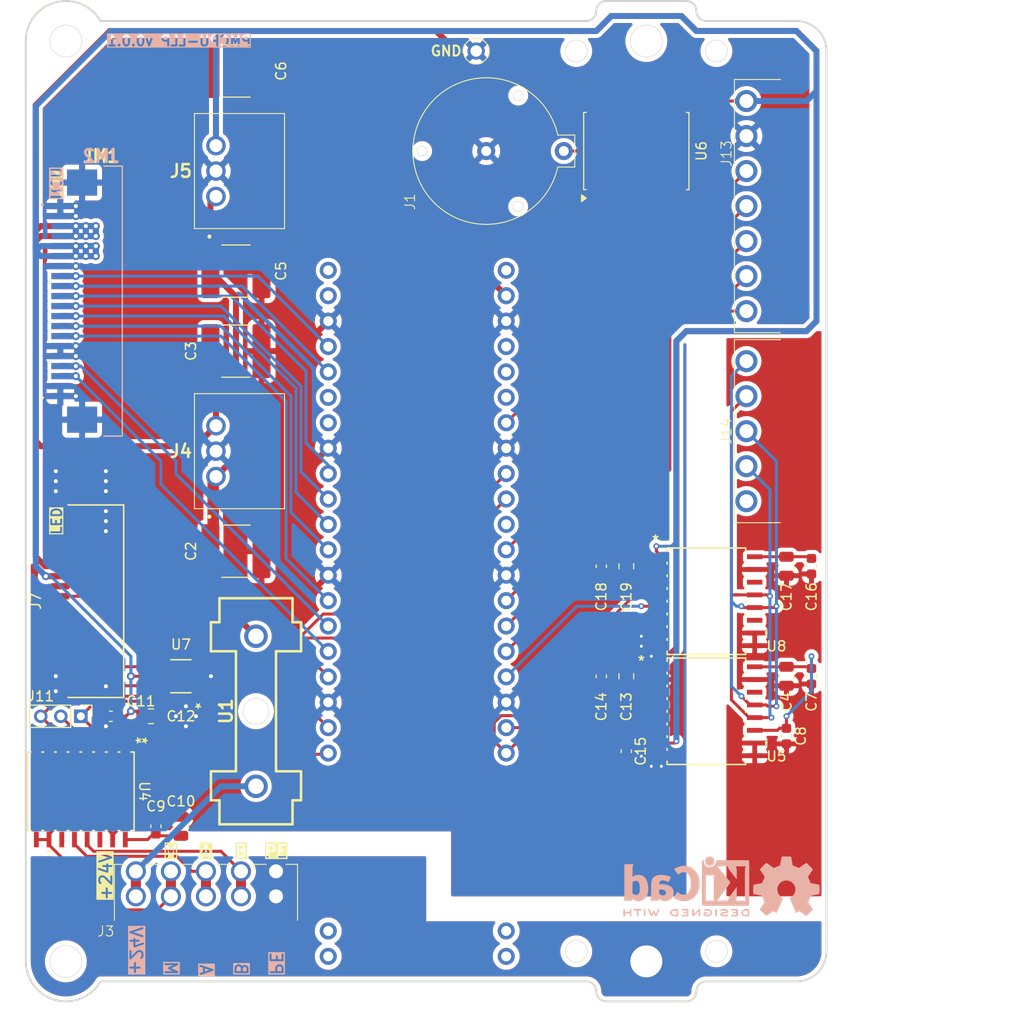
<source format=kicad_pcb>
(kicad_pcb (version 20241229) (generator "pcbnew") (generator_version "9.0")
  (title_block (title "${article} v${version}"))
  (layers (0 "F.Cu" signal) (2 "B.Cu" signal) (13 "F.Paste" user) (15 "B.Paste" user) (5 "F.SilkS" user "F.Silkscreen") (7 "B.SilkS" user "B.Silkscreen") (1 "F.Mask" user) (3 "B.Mask" user) (25 "Edge.Cuts" user))
  (property "article" "PMCPU-LLP")
  (property "version" "0.0.1")
  (net 0 "")
  (net 1 "/LED_1")
  (net 2 "/LED_2")
  (net 3 "/LED_0")
  (net 4 "/I2C0_SDA")
  (net 5 "/I2C0_SCL")
  (net 6 "/I2C1_SCL")
  (net 7 "PE")
  (net 8 "+24V_fuse")
  (net 9 "/UART_RTS")
  (net 10 "/UART_TX")
  (net 11 "/UART_RX")
  (net 17 "+24V_BUS")
  (net 18 "/Vbat")
  (net 19 "/B")
  (net 20 "/A")
  (net 22 "/UART_TX_LED")
  (net 24 "/UART_RX_LED")
  (net 25 "+3.3V_CPU")
  (net 26 "+3.3V_BUS")
  (net 27 "GND_BUS")
  (net 28 "+5V_CPU")
  (net 29 "/I2C1_SDA")
  (net 30 "/SPI_MISO")
  (net 31 "/SPI_CS2")
  (net 32 "/SPI_SCK")
  (net 33 "/SPI_CS0")
  (net 34 "/SPI_CS1")
  (net 35 "/SPI_CS3")
  (net 36 "/SPI_MOSI")
  (net 50 "/HMI_DC")
  (net 51 "/HMI_CS")
  (net 52 "/HMI_DIN")
  (net 53 "/HMI_CLK")
  (net 54 "/HMI_RES")
  (net 55 "GND_EXT")
  (net 56 "+5V_EXT")
  (net 57 "/TX_EXT")
  (net 58 "/RX_EXT")
  (net 59 "/Ext_1")
  (net 60 "/Ext_2")
  (net 62 "+3.3V_EXT")
  (net 65 "/RTS_EXT")
  (footprint "kicad_inventree_lib:PE" (layer "F.Cu") (at 96.93 146.33)
    (property "Reference" "PE1" (hide yes))
    (property "Value" "PE")
  )
  (footprint "kicad_inventree_lib:DBV6-M" (layer "F.Cu") (at 50.43 117.83 180)
    (property "Reference" "U7")
    (property "Value" "SN74LVC2G14DBVR")
  )
  (footprint "Capacitor_SMD:C_0805_2012Metric" (layer "F.Cu") (at 110.93 117.83 -90)
    (property "Reference" "C4")
    (property "Value" "10uF")
  )
  (footprint "Capacitor_SMD:C_0603_1608Metric" (layer "F.Cu") (at 110.93 123.81 -90)
    (property "Reference" "C8")
    (property "Value" "1uF")
  )
  (footprint "kicad_inventree_lib:BS-12-A1AJ002-F" (layer "F.Cu") (at 88.68 65.33 -90)
    (property "Reference" "J1")
    (property "Value" "~")
    (fp_circle (center 0 14.15) (end 0.5 14.15) (stroke (width 0.05)) (fill no) (layer "Edge.Cuts"))
    (fp_circle (center -5.55 4.55) (end -5.05 4.55) (stroke (width 0.05)) (fill no) (layer "Edge.Cuts"))
    (fp_circle (center 5.55 4.55) (end 6.05 4.55) (stroke (width 0.05)) (fill no) (layer "Edge.Cuts"))
  )
  (footprint "Capacitor_SMD:C_2220_5750Metric" (layer "F.Cu") (at 55.93 85.33)
    (property "Reference" "C3")
    (property "Value" "22uF")
  )
  (footprint "Capacitor_SMD:C_0603_1608Metric" (layer "F.Cu") (at 113.43 117.83 -90)
    (property "Reference" "C7")
    (property "Value" "100nF")
  )
  (footprint "Capacitor_SMD:C_0603_1608Metric" (layer "F.Cu") (at 94.93 125.33 -90)
    (property "Reference" "C15")
    (property "Value" "1uF")
  )
  (footprint "Capacitor_SMD:C_0805_2012Metric" (layer "F.Cu") (at 94.93 117.83 -90)
    (property "Reference" "C13")
    (property "Value" "10uF")
  )
  (footprint "kicad_inventree_lib:MountingHole_M3" (layer "F.Cu") (at 96.93 54.33)
    (property "Reference" "H3" (hide yes))
    (property "Value" "MountingHole_M3")
    (fp_circle (center 0 0) (end 1.6 0) (stroke (width 0.05)) (fill no) (layer "Edge.Cuts"))
  )
  (footprint "Capacitor_SMD:C_2220_5750Metric" (layer "F.Cu") (at 55.93 57.33)
    (property "Reference" "C6")
    (property "Value" "22uF")
  )
  (footprint "kicad_inventree_lib:SOIC16-WBW_CLG" (layer "F.Cu") (at 102.93 121.33)
    (property "Reference" "U5")
    (property "Value" "CA-IS3062VW")
  )
  (footprint "kicad_inventree_lib:SOIC16-WBW_CLG" (layer "F.Cu") (at 40.43 129.33 -90)
    (property "Reference" "U4")
    (property "Value" "CA-IS3098W")
  )
  (footprint "kicad_inventree_lib:K7805-2000R3" (layer "F.Cu") (at 53.93 69.87 90)
    (property "Reference" "J5")
    (property "Value" "K7803-2000R3" (hide yes))
  )
  (footprint "kicad_inventree_lib:CONN10_AFA07-S12_JUS" (layer "F.Cu") (at 41.93 110.33 90)
    (property "Reference" "J7")
    (property "Value" "AFA07-S10FCC-00")
  )
  (footprint "Connector_PinHeader_2.00mm:PinHeader_1x03_P2.00mm_Vertical" (layer "F.Cu") (at 40.43 121.83 -90)
    (property "Reference" "J11")
    (property "Value" "PinHeader_01x03_P2.00_THT_straight")
  )
  (footprint "Capacitor_SMD:C_0805_2012Metric" (layer "F.Cu") (at 50.43 132.83 90)
    (property "Reference" "C10")
    (property "Value" "10uF")
  )
  (footprint "Capacitor_SMD:C_0805_2012Metric" (layer "F.Cu") (at 47.43 121.83)
    (property "Reference" "C12")
    (property "Value" "10uF")
  )
  (footprint "kicad_inventree_lib:K7805-2000R3" (layer "F.Cu") (at 53.93 97.87 90)
    (property "Reference" "J4")
    (property "Value" "K7805-2000R3" (hide yes))
  )
  (footprint "kicad_inventree_lib:LuckfoxLyraPlus" (layer "F.Cu") (at 65.15 77.25)
    (property "Reference" "U3" (hide yes))
    (property "Value" "~")
  )
  (footprint "kicad_inventree_lib:PM_LED-xx-v0.0.1" (layer "F.Cu") (at 99.93 100.33)
    (property "Reference" "SP1" (hide yes))
    (property "Value" "~")
    (fp_circle (center -10 -45) (end -8.9 -45) (stroke (width 0.05)) (fill no) (layer "Edge.Cuts"))
    (fp_circle (center -10 45) (end -8.9 45) (stroke (width 0.05)) (fill no) (layer "Edge.Cuts"))
    (fp_circle (center 4 -45) (end 5.1 -45) (stroke (width 0.05)) (fill no) (layer "Edge.Cuts"))
    (fp_circle (center 4 45) (end 5.1 45) (stroke (width 0.05)) (fill no) (layer "Edge.Cuts"))
  )
  (footprint "kicad_inventree_lib:AFA07S20FCA00" (layer "F.Cu") (at 41.93 80.33 90)
    (property "Reference" "JM1")
    (property "Value" "AFA07-S20FCC-00" (hide yes))
  )
  (footprint "kicad_inventree_lib:5117" (layer "F.Cu") (at 79.93 55.33)
    (property "Reference" "U2" (hide yes))
    (property "Value" "5117" (hide yes))
  )
  (footprint "Capacitor_SMD:C_0805_2012Metric" (layer "F.Cu") (at 94.93 106.83 -90)
    (property "Reference" "C19")
    (property "Value" "10uF")
  )
  (footprint "Capacitor_SMD:C_0603_1608Metric" (layer "F.Cu") (at 47.93 132.83 90)
    (property "Reference" "C9")
    (property "Value" "100nF")
  )
  (footprint "Capacitor_SMD:C_2220_5750Metric" (layer "F.Cu") (at 55.93 77.33)
    (property "Reference" "C5")
    (property "Value" "22uF")
  )
  (footprint "kicad_inventree_lib:MountingHole_M3" (layer "F.Cu") (at 38.93 54.33)
    (property "Reference" "H2" (hide yes))
    (property "Value" "MountingHole_M3")
    (fp_circle (center 0 0) (end 1.6 0) (stroke (width 0.05)) (fill no) (layer "Edge.Cuts"))
  )
  (footprint "kicad_inventree_lib:15EDGRC-3.5-05P" (layer "F.Cu") (at 106.93 100.33 90)
    (property "Reference" "J14")
    (property "Value" "15EDGRC-3.5-05P")
  )
  (footprint "Capacitor_SMD:C_0805_2012Metric" (layer "F.Cu") (at 110.93 106.83 -90)
    (property "Reference" "C17")
    (property "Value" "10uF")
  )
  (footprint "kicad_inventree_lib:MountingHole_M3" (layer "F.Cu") (at 38.93 146.33)
    (property "Reference" "H1" (hide yes))
    (property "Value" "MountingHole_M3")
    (fp_circle (center 0 0) (end 1.6 0) (stroke (width 0.05)) (fill no) (layer "Edge.Cuts"))
  )
  (footprint "Capacitor_SMD:C_2220_5750Metric" (layer "F.Cu") (at 55.93 105.33)
    (property "Reference" "C2")
    (property "Value" "22uF")
  )
  (footprint "Capacitor_SMD:C_0603_1608Metric" (layer "F.Cu") (at 92.43 106.83 -90)
    (property "Reference" "C18")
    (property "Value" "100nF")
  )
  (footprint "kicad_inventree_lib:SOIC16-WBW_CLG" (layer "F.Cu") (at 102.93 110.33)
    (property "Reference" "U8")
    (property "Value" "CA-IS3098W")
  )
  (footprint "Package_SO:SOIC-16W_7.5x10.3mm_P1.27mm" (layer "F.Cu") (at 95.93 65.33 90)
    (property "Reference" "U6")
    (property "Value" "DS3231")
  )
  (footprint "kicad_inventree_lib:15EDGRC-3.5-07P" (layer "F.Cu") (at 106.93 81.33 90)
    (property "Reference" "J13")
    (property "Value" "15EDGRC-3.5-07P")
  )
  (footprint "kicad_inventree_lib:15EDGRHC-THR-3.5-10P" (layer "F.Cu") (at 52.93 137.33)
    (property "Reference" "J3")
    (property "Value" "15EDGRHC-THR-3.5-10P")
  )
  (footprint "Capacitor_SMD:C_0603_1608Metric" (layer "F.Cu") (at 92.43 117.83 -90)
    (property "Reference" "C14")
    (property "Value" "100nF")
  )
  (footprint "Capacitor_SMD:C_0603_1608Metric" (layer "F.Cu") (at 43.43 121.83 180)
    (property "Reference" "C11")
    (property "Value" "100nF")
  )
  (footprint "Capacitor_SMD:C_0603_1608Metric" (layer "F.Cu") (at 113.43 106.83 -90)
    (property "Reference" "C16")
    (property "Value" "100nF")
  )
  (footprint "kicad_inventree_lib:649-Series-Holder" (layer "F.Cu") (at 57.93 121.33 90)
    (property "Reference" "U1")
    (property "Value" "64900001039" (hide yes))
    (fp_circle (center 0 0) (end 1.3 0) (stroke (width 0.05)) (fill no) (layer "Edge.Cuts"))
  )
  (footprint "Symbol:KiCad-Logo2_5mm_SilkScreen" (layer "B.Cu") (at 100.93 138.83 180)
    (property "Reference" "kicad_logo" (hide yes))
    (property "Value" "KiCad-Logo2_5mm_SilkScreen" (hide yes))
  )
  (footprint "Symbol:OSHW-Symbol_6.7x6mm_SilkScreen" (layer "B.Cu") (at 110.93 138.83 180)
    (property "Reference" "oshw_logo" (hide yes))
    (property "Value" "OSHW-Symbol_6.7x6mm_SilkScreen" (hide yes))
  )
  (footprint "kicad_inventree_lib:AFA07S20FCA00" (layer "B.Cu") (at 41.93 80.33 -90)
    (property "Reference" "JM2")
    (property "Value" "AFA07-S20FCC-00" (hide yes))
  )
  (gr_arc (start 101.93 149.33) (mid 102.222893 148.622893) (end 102.93 148.33) (stroke (width 0.2)) (layer "Edge.Cuts"))
  (gr_line (start 42.402973 52.33) (end 90.93 52.33) (stroke (width 0.2)) (layer "Edge.Cuts"))
  (gr_line (start 111.93 52.33) (end 102.93 52.33) (stroke (width 0.2)) (layer "Edge.Cuts"))
  (gr_line (start 34.93 54.33) (end 34.93 146.33) (stroke (width 0.2)) (layer "Edge.Cuts"))
  (gr_arc (start 38.93 50.33) (mid 40.931917 50.867006) (end 42.396314 52.333836) (stroke (width 0.2)) (layer "Edge.Cuts"))
  (gr_line (start 100.93 50.33) (end 92.93 50.33) (stroke (width 0.2)) (layer "Edge.Cuts"))
  (gr_arc (start 91.93 51.33) (mid 92.222893 50.622893) (end 92.93 50.33) (stroke (width 0.2)) (layer "Edge.Cuts"))
  (gr_arc (start 92.93 150.33) (mid 92.222893 150.037107) (end 91.93 149.33) (stroke (width 0.2)) (layer "Edge.Cuts"))
  (gr_line (start 90.93 148.33) (end 42.3941 148.33) (stroke (width 0.2)) (layer "Edge.Cuts"))
  (gr_line (start 102.93 148.33) (end 111.93 148.33) (stroke (width 0.2)) (layer "Edge.Cuts"))
  (gr_arc (start 42.394101 148.33) (mid 37.894724 150.193703) (end 34.93 146.33) (stroke (width 0.2)) (layer "Edge.Cuts"))
  (gr_arc (start 100.93 50.33) (mid 101.637107 50.622893) (end 101.93 51.33) (stroke (width 0.2)) (layer "Edge.Cuts"))
  (gr_arc (start 102.93 52.33) (mid 102.222893 52.037107) (end 101.93 51.33) (stroke (width 0.2)) (layer "Edge.Cuts"))
  (gr_arc (start 114.93 145.33) (mid 114.05132 147.45132) (end 111.93 148.33) (stroke (width 0.2)) (layer "Edge.Cuts"))
  (gr_line (start 92.93 150.33) (end 100.93 150.33) (stroke (width 0.2)) (layer "Edge.Cuts"))
  (gr_line (start 114.93 55.33) (end 114.93 145.33) (stroke (width 0.2)) (layer "Edge.Cuts"))
  (gr_arc (start 101.93 149.33) (mid 101.637107 150.037107) (end 100.93 150.33) (stroke (width 0.2)) (layer "Edge.Cuts"))
  (gr_arc (start 91.93 51.33) (mid 91.637107 52.037107) (end 90.93 52.33) (stroke (width 0.2)) (layer "Edge.Cuts"))
  (gr_arc (start 111.93 52.33) (mid 114.05132 53.20868) (end 114.93 55.33) (stroke (width 0.2)) (layer "Edge.Cuts"))
  (gr_arc (start 34.93 54.33) (mid 36.101573 51.501573) (end 38.93 50.33) (stroke (width 0.2)) (layer "Edge.Cuts"))
  (gr_arc (start 90.93 148.33) (mid 91.637107 148.622893) (end 91.93 149.33) (stroke (width 0.2)) (layer "Edge.Cuts"))
  (gr_text "LED" (at 37.43 100.83 90) (layer "F.SilkS" knockout) (effects (font (size 1 1) (thickness 0.2) (bold yes)) (justify right top)))
  (gr_text "PE" (at 59.93 135.33 0) (layer "F.SilkS" knockout) (effects (font (size 1.2 1.2) (thickness 0.2) (bold yes))))
  (gr_text "A" (at 52.93 135.33 0) (layer "F.SilkS" knockout) (effects (font (size 1.2 1.2) (thickness 0.2) (bold yes))))
  (gr_text "GND" (at 76.93 55.33 0) (layer "F.SilkS") (effects (font (size 1 1) (thickness 0.2) (bold yes))))
  (gr_text "B" (at 56.43 135.33 0) (layer "F.SilkS" knockout) (effects (font (size 1.2 1.2) (thickness 0.2) (bold yes))))
  (gr_text "MCU" (at 37.43 66.83 90) (layer "F.SilkS" knockout) (effects (font (size 1 1) (thickness 0.2) (bold yes)) (justify right top)))
  (gr_text "+24V" (at 42.93 137.83 90) (layer "F.SilkS" knockout) (effects (font (size 1.2 1.2) (thickness 0.2) (bold yes))))
  (gr_text "M" (at 49.43 135.33 0) (layer "F.SilkS" knockout) (effects (font (size 1.2 1.2) (thickness 0.2) (bold yes))))
  (gr_text "${article} v${version}" (at 42.93 54.33 0) (layer "B.SilkS" knockout) (effects (font (size 1 1) (thickness 0.2) (bold yes)) (justify right mirror)))
  (gr_text "A" (at 52.93 147.83 270) (layer "B.SilkS" knockout) (effects (font (size 1.2 1.2) (thickness 0.2) (bold yes)) (justify left mirror)))
  (gr_text "+24V" (at 45.93 147.83 270) (layer "B.SilkS" knockout) (effects (font (size 1.2 1.2) (thickness 0.2) (bold yes)) (justify left mirror)))
  (gr_text "PE" (at 59.93 147.83 270) (layer "B.SilkS" knockout) (effects (font (size 1.2 1.2) (thickness 0.2) (bold yes)) (justify left mirror)))
  (gr_text "B" (at 56.43 147.83 270) (layer "B.SilkS" knockout) (effects (font (size 1.2 1.2) (thickness 0.2) (bold yes)) (justify left mirror)))
  (gr_text "M" (at 49.43 147.83 270) (layer "B.SilkS" knockout) (effects (font (size 1.2 1.2) (thickness 0.2) (bold yes)) (justify left mirror)))
  (gr_text "MCU" (at 37.43 66.83 90) (layer "B.SilkS" knockout) (effects (font (size 1 1) (thickness 0.2) (bold yes)) (justify left top mirror)))
  (segment (start 55.931 116.331) (end 49.43 109.83) (width 0.3) (layer "F.Cu") (net 1))
  (segment (start 62.959049 114.011) (end 60.63905 116.331) (width 0.3) (layer "F.Cu") (net 1))
  (segment (start 82.93 100.11) (end 69.029 114.011) (width 0.3) (layer "F.Cu") (net 1))
  (segment (start 49.43 109.83) (end 38.374 109.83) (width 0.3) (layer "F.Cu") (net 1))
  (segment (start 69.029 114.011) (end 62.959049 114.011) (width 0.3) (layer "F.Cu") (net 1))
  (segment (start 60.63905 116.331) (end 55.931 116.331) (width 0.3) (layer "F.Cu") (net 1))
  (segment (start 49.13852 108.83) (end 56.13852 115.83) (width 0.3) (layer "F.Cu") (net 3))
  (segment (start 38.374 108.83) (end 49.13852 108.83) (width 0.3) (layer "F.Cu") (net 3))
  (segment (start 64.652529 111.609) (end 68.891 111.609) (width 0.3) (layer "F.Cu") (net 3))
  (segment (start 56.13852 115.83) (end 60.431529 115.83) (width 0.3) (layer "F.Cu") (net 3))
  (segment (start 68.891 111.609) (end 82.93 97.57) (width 0.3) (layer "F.Cu") (net 3))
  (segment (start 60.431529 115.83) (end 64.652529 111.609) (width 0.3) (layer "F.Cu") (net 3))
  (segment (start 39.93 86.83) (end 38.384 86.83) (width 0.6) (layer "F.Cu") (net 4))
  (via (at 39.93 86.83) (size 0.8) (drill 0.4) (layers "F.Cu" "B.Cu") (net 4))
  (segment (start 49.93 96.33) (end 49.93 97.59) (width 0.3) (layer "B.Cu") (net 4))
  (segment (start 40.43 86.83) (end 49.93 96.33) (width 0.3) (layer "B.Cu") (net 4))
  (segment (start 39.93 86.83) (end 40.43 86.83) (width 0.3) (layer "B.Cu") (net 4))
  (segment (start 49.93 97.59) (end 65.15 112.81) (width 0.3) (layer "B.Cu") (net 4))
  (segment (start 38.384 86.83) (end 39.93 86.83) (width 0.6) (layer "B.Cu") (net 4))
  (segment (start 39.93 87.83) (end 38.384 87.83) (width 0.6) (layer "F.Cu") (net 5))
  (via (at 39.93 87.83) (size 0.8) (drill 0.4) (layers "F.Cu" "B.Cu") (net 5))
  (segment (start 48.43 96.33) (end 48.43 98.63) (width 0.3) (layer "B.Cu") (net 5))
  (segment (start 39.93 87.83) (end 48.43 96.33) (width 0.3) (layer "B.Cu") (net 5))
  (segment (start 38.384 87.83) (end 39.93 87.83) (width 0.6) (layer "B.Cu") (net 5))
  (segment (start 48.43 98.63) (end 65.15 115.35) (width 0.3) (layer "B.Cu") (net 5))
  (segment (start 59.93 137.33) (end 59.93 139.83) (width 1) (layer "F.Cu") (net 7))
  (segment (start 53.38 105.33) (end 53.38 109.28) (width 0.6) (layer "F.Cu") (net 8))
  (segment (start 55.93 95.87) (end 55.93 79.88) (width 0.6) (layer "F.Cu") (net 8))
  (segment (start 55.93 79.88) (end 53.38 77.33) (width 0.6) (layer "F.Cu") (net 8))
  (segment (start 53.93 97.87) (end 53.93 104.78) (width 0.6) (layer "F.Cu") (net 8))
  (segment (start 53.38 70.42) (end 53.93 69.87) (width 0.6) (layer "F.Cu") (net 8))
  (segment (start 53.38 77.33) (end 53.38 70.42) (width 0.6) (layer "F.Cu") (net 8))
  (segment (start 53.38 105.33) (end 52.879994 105.830006) (width 0.6) (layer "F.Cu") (net 8))
  (segment (start 52.879994 105.830006) (end 38.374 105.830006) (width 0.6) (layer "F.Cu") (net 8))
  (segment (start 53.93 104.78) (end 53.38 105.33) (width 0.6) (layer "F.Cu") (net 8))
  (segment (start 53.93 97.87) (end 55.93 95.87) (width 0.6) (layer "F.Cu") (net 8))
  (segment (start 53.38 105.33) (end 53.38 97.96738) (width 0.6) (layer "F.Cu") (net 8))
  (segment (start 53.38 109.28) (end 57.93 113.83) (width 0.6) (layer "F.Cu") (net 8))
  (segment (start 41.7427 125.6297) (end 65.0303 125.6297) (width 0.3) (layer "F.Cu") (net 9))
  (segment (start 65.0303 125.6297) (end 65.15 125.51) (width 0.3) (layer "F.Cu") (net 9))
  (segment (start 39.93 124.369) (end 39.93 123.33) (width 0.3) (layer "F.Cu") (net 9))
  (segment (start 39.795 124.504) (end 39.93 124.369) (width 0.3) (layer "F.Cu") (net 9))
  (segment (start 41.065 124.952) (end 41.7427 125.6297) (width 0.3) (layer "F.Cu") (net 9))
  (segment (start 41.065 124.504) (end 41.065 124.952) (width 0.3) (layer "F.Cu") (net 9))
  (segment (start 39.795 124.504) (end 41.065 124.504) (width 0.3) (layer "F.Cu") (net 9))
  (segment (start 39.93 123.33) (end 38.43 121.83) (width 0.3) (layer "F.Cu") (net 9))
  (segment (start 65.15 117.89) (end 64.139999 116.879999) (width 0.3) (layer "F.Cu") (net 10))
  (segment (start 50.43 119.538331) (end 50.43 117.7249) (width 0.3) (layer "F.Cu") (net 10))
  (segment (start 50.43 117.7249) (end 51.274901 116.879999) (width 0.3) (layer "F.Cu") (net 10))
  (segment (start 43.43 119.83) (end 50.138331 119.83) (width 0.3) (layer "F.Cu") (net 10))
  (segment (start 36.43 121.83) (end 37.93 120.33) (width 0.3) (layer "F.Cu") (net 10))
  (segment (start 42.93 120.33) (end 43.43 119.83) (width 0.3) (layer "F.Cu") (net 10))
  (segment (start 50.138331 119.83) (end 50.43 119.538331) (width 0.3) (layer "F.Cu") (net 10))
  (segment (start 38.525 123.925) (end 36.43 121.83) (width 0.3) (layer "F.Cu") (net 10))
  (segment (start 37.93 120.33) (end 42.93 120.33) (width 0.3) (layer "F.Cu") (net 10))
  (segment (start 51.274901 116.879999) (end 51.89685 116.879999) (width 0.3) (layer "F.Cu") (net 10))
  (segment (start 64.139999 116.879999) (end 51.89685 116.879999) (width 0.3) (layer "F.Cu") (net 10))
  (segment (start 38.525 124.504) (end 38.525 123.925) (width 0.3) (layer "F.Cu") (net 10))
  (segment (start 43.137521 120.831) (end 43.63752 120.331) (width 0.3) (layer "F.Cu") (net 11))
  (segment (start 65.15 122.97) (end 60.960001 118.780001) (width 0.3) (layer "F.Cu") (net 11))
  (segment (start 40.43 121.83) (end 42.335 123.735) (width 0.3) (layer "F.Cu") (net 11))
  (segment (start 60.960001 118.780001) (end 51.89685 118.780001) (width 0.3) (layer "F.Cu") (net 11))
  (segment (start 50.345851 120.331) (end 51.89685 118.780001) (width 0.3) (layer "F.Cu") (net 11))
  (segment (start 42.335 123.735) (end 42.335 124.504) (width 0.3) (layer "F.Cu") (net 11))
  (segment (start 40.43 121.83) (end 41.429 120.831) (width 0.3) (layer "F.Cu") (net 11))
  (segment (start 41.429 120.831) (end 43.137521 120.831) (width 0.3) (layer "F.Cu") (net 11))
  (segment (start 43.63752 120.331) (end 50.345851 120.331) (width 0.3) (layer "F.Cu") (net 11))
  (segment (start 45.93 139.83) (end 45.93 137.33) (width 1) (layer "F.Cu") (net 17))
  (segment (start 45.93 137.33) (end 54.43 128.83) (width 0.6) (layer "B.Cu") (net 17))
  (segment (start 54.43 128.83) (end 57.93 128.83) (width 0.6) (layer "B.Cu") (net 17))
  (segment (start 89.952792 65.33) (end 94.025 61.257792) (width 0.3) (layer "F.Cu") (net 18))
  (segment (start 88.68 65.33) (end 89.952792 65.33) (width 0.3) (layer "F.Cu") (net 18))
  (segment (start 94.025 61.257792) (end 94.025 60.68) (width 0.3) (layer "F.Cu") (net 18))
  (segment (start 56.43 139.83) (end 56.43 137.33) (width 1) (layer "F.Cu") (net 19))
  (segment (start 41.065 134.6894) (end 41.7046 135.329) (width 0.3) (layer "F.Cu") (net 19))
  (segment (start 41.7046 135.329) (end 54.429 135.329) (width 0.3) (layer "F.Cu") (net 19))
  (segment (start 54.429 135.329) (end 56.43 137.33) (width 0.3) (layer "F.Cu") (net 19))
  (segment (start 41.065 134.156) (end 41.065 134.6894) (width 0.3) (layer "F.Cu") (net 19))
  (segment (start 50.015787 135.83) (end 41.021 135.83) (width 0.3) (layer "F.Cu") (net 20))
  (segment (start 51.515787 137.33) (end 50.015787 135.83) (width 0.3) (layer "F.Cu") (net 20))
  (segment (start 41.021 135.83) (end 39.795 134.604) (width 0.3) (layer "F.Cu") (net 20))
  (segment (start 39.795 134.604) (end 39.795 134.156) (width 0.3) (layer "F.Cu") (net 20))
  (segment (start 52.93 137.33) (end 51.515787 137.33) (width 0.3) (layer "F.Cu") (net 20))
  (segment (start 52.93 139.83) (end 52.93 137.33) (width 1) (layer "F.Cu") (net 20))
  (segment (start 43.980003 116.879999) (end 40.93 113.829996) (width 0.3) (layer "F.Cu") (net 22))
  (segment (start 48.96315 116.879999) (end 43.980003 116.879999) (width 0.3) (layer "F.Cu") (net 22))
  (segment (start 40.93 113.829996) (end 38.374 113.829996) (width 0.3) (layer "F.Cu") (net 22))
  (segment (start 48.96315 118.780001) (end 44.880001 118.780001) (width 0.3) (layer "F.Cu") (net 24))
  (segment (start 44.880001 118.780001) (end 40.929994 114.829994) (width 0.3) (layer "F.Cu") (net 24))
  (segment (start 40.929994 114.829994) (end 38.374 114.829994) (width 0.3) (layer "F.Cu") (net 24))
  (segment (start 53.93 57.88) (end 53.38 57.33) (width 0.6) (layer "F.Cu") (net 25))
  (segment (start 39.93 74.83) (end 39.93 75.83) (width 0.6) (layer "F.Cu") (net 25))
  (segment (start 92.755 69.98) (end 92.755 68.955001) (width 0.3) (layer "F.Cu") (net 25))
  (segment (start 44.205 121.83) (end 44.93 121.83) (width 0.3) (layer "F.Cu") (net 25))
  (segment (start 98.104 105.885) (end 94.935 105.885) (width 0.3) (layer "F.Cu") (net 25))
  (segment (start 98.104 124.505) (end 99.755 124.505) (width 0.3) (layer "F.Cu") (net 25))
  (segment (start 94.66 68.33) (end 95.295 68.965) (width 0.3) (layer "F.Cu") (net 25))
  (segment (start 103.93 60.33) (end 106.93 60.33) (width 0.3) (layer "F.Cu") (net 25))
  (segment (start 94.705 124.33) (end 94.93 124.555) (width 0.3) (layer "F.Cu") (net 25))
  (segment (start 36.93 107.83) (end 38.373998 107.83) (width 0.6) (layer "F.Cu") (net 25))
  (segment (start 94.98 124.505) (end 94.93 124.555) (width 0.3) (layer "F.Cu") (net 25))
  (segment (start 98.104 105.504) (end 98.104 105.885) (width 0.3) (layer "F.Cu") (net 25))
  (segment (start 44.93 121.83) (end 45.43 121.33) (width 0.3) (layer "F.Cu") (net 25))
  (segment (start 40.93 74.83) (end 40.93 75.83) (width 0.6) (layer "F.Cu") (net 25))
  (segment (start 48.96315 117.83) (end 45.43 117.83) (width 0.3) (layer "F.Cu") (net 25))
  (segment (start 45.98 121.33) (end 46.48 121.83) (width 0.3) (layer "F.Cu") (net 25))
  (segment (start 44.875 121.885) (end 44.875 124.504) (width 0.3) (layer "F.Cu") (net 25))
  (segment (start 95.295 69.98) (end 95.295 68.965) (width 0.3) (layer "F.Cu") (net 25))
  (segment (start 94.93 105.88) (end 92.605 105.88) (width 0.3) (layer "F.Cu") (net 25))
  (segment (start 95.295 68.965) (end 103.93 60.33) (width 0.3) (layer "F.Cu") (net 25))
  (segment (start 98.0532 124.505) (end 94.98 124.505) (width 0.3) (layer "F.Cu") (net 25))
  (segment (start 38.373998 107.83) (end 38.374 107.830002) (width 0.6) (layer "F.Cu") (net 25))
  (segment (start 45.43 121.33) (end 45.98 121.33) (width 0.3) (layer "F.Cu") (net 25))
  (segment (start 99.755 124.505) (end 99.93 124.33) (width 0.3) (layer "F.Cu") (net 25))
  (segment (start 45.43 121.33) (end 44.875 121.885) (width 0.3) (layer "F.Cu") (net 25))
  (segment (start 93.380001 68.33) (end 94.66 68.33) (width 0.3) (layer "F.Cu") (net 25))
  (segment (start 41.93 74.83) (end 38.384 74.83) (width 0.6) (layer "F.Cu") (net 25))
  (segment (start 41.93 74.83) (end 41.93 75.83) (width 0.6) (layer "F.Cu") (net 25))
  (segment (start 92.605 105.88) (end 92.43 106.055) (width 0.3) (layer "F.Cu") (net 25))
  (segment (start 41.93 75.83) (end 38.384 75.83) (width 0.6) (layer "F.Cu") (net 25))
  (segment (start 97.93 105.33) (end 98.104 105.504) (width 0.3) (layer "F.Cu") (net 25))
  (segment (start 97.93 104.83) (end 97.93 105.33) (width 0.3) (layer "F.Cu") (net 25))
  (segment (start 53.93 64.79) (end 53.93 57.88) (width 0.6) (layer "F.Cu") (net 25))
  (segment (start 92.755 68.955001) (end 93.380001 68.33) (width 0.3) (layer "F.Cu") (net 25))
  (segment (start 94.935 105.885) (end 94.93 105.88) (width 0.3) (layer "F.Cu") (net 25))
  (via (at 40.93 74.83) (size 0.8) (drill 0.4) (layers "F.Cu" "B.Cu") (net 25))
  (via (at 39.93 75.83) (size 0.8) (drill 0.4) (layers "F.Cu" "B.Cu") (net 25))
  (via (at 99.93 124.33) (size 0.6) (drill 0.3) (layers "F.Cu" "B.Cu") (net 25))
  (via (at 45.43 117.83) (size 0.8) (drill 0.4) (layers "F.Cu" "B.Cu") (net 25))
  (via (at 39.93 74.83) (size 0.8) (drill 0.4) (layers "F.Cu" "B.Cu") (net 25))
  (via (at 41.93 74.83) (size 0.8) (drill 0.4) (layers "F.Cu" "B.Cu") (net 25))
  (via (at 41.93 75.83) (size 0.8) (drill 0.4) (layers "F.Cu" "B.Cu") (net 25))
  (via (at 97.93 104.83) (size 0.6) (drill 0.3) (layers "F.Cu" "B.Cu") (net 25))
  (via (at 40.93 75.83) (size 0.8) (drill 0.4) (layers "F.Cu" "B.Cu") (net 25))
  (via (at 36.93 107.83) (size 0.8) (drill 0.4) (layers "F.Cu" "B.Cu") (net 25))
  (via (at 45.43 121.33) (size 0.8) (drill 0.4) (layers "F.Cu" "B.Cu") (net 25))
  (segment (start 40.93 75.83) (end 41.93 75.83) (width 0.6) (layer "B.Cu") (net 25))
  (segment (start 35.93 60.83) (end 35.93 106.83) (width 0.6) (layer "B.Cu") (net 25))
  (segment (start 99.93 84.33) (end 99.93 104.33) (width 0.6) (layer "B.Cu") (net 25))
  (segment (start 100.93 83.33) (end 99.93 84.33) (width 0.6) (layer "B.Cu") (net 25))
  (segment (start 35.93 75.33) (end 35.93 60.83) (width 0.6) (layer "B.Cu") (net 25))
  (segment (start 38.384 74.83) (end 39.93 74.83) (width 0.6) (layer "B.Cu") (net 25))
  (segment (start 100.43 51.83) (end 101.93 53.33) (width 0.6) (layer "B.Cu") (net 25))
  (segment (start 44.93 115.33) (end 37.43 107.83) (width 0.3) (layer "B.Cu") (net 25))
  (segment (start 43.43 53.33) (end 54.731 53.33) (width 0.6) (layer "B.Cu") (net 25))
  (segment (start 45.43 120.83) (end 45.43 121.33) (width 0.3) (layer "B.Cu") (net 25))
  (segment (start 97.93 104.83) (end 99.43 104.83) (width 0.3) (layer "B.Cu") (net 25))
  (segment (start 45.43 115.83) (end 44.93 115.33) (width 0.3) (layer "B.Cu") (net 25))
  (segment (start 101.93 53.33) (end 111.93 53.33) (width 0.6) (layer "B.Cu") (net 25))
  (segment (start 53.93 54.131) (end 54.731 53.33) (width 0.6) (layer "B.Cu") (net 25))
  (segment (start 113.93 59.33) (end 113.93 82.33) (width 0.6) (layer "B.Cu") (net 25))
  (segment (start 39.93 74.83) (end 39.93 75.83) (width 0.6) (layer "B.Cu") (net 25))
  (segment (start 38.384 75.83) (end 39.93 75.83) (width 0.6) (layer "B.Cu") (net 25))
  (segment (start 40.93 74.83) (end 40.93 75.83) (width 0.6) (layer "B.Cu") (net 25))
  (segment (start 36.43 75.83) (end 35.93 75.33) (width 0.6) (layer "B.Cu") (net 25))
  (segment (start 54.731 53.33) (end 83.93 53.33) (width 0.6) (layer "B.Cu") (net 25))
  (segment (start 113.93 55.33) (end 113.93 59.33) (width 0.6) (layer "B.Cu") (net 25))
  (segment (start 113.93 82.33) (end 112.93 83.33) (width 0.6) (layer "B.Cu") (net 25))
  (segment (start 39.93 74.83) (end 40.93 74.83) (width 0.6) (layer "B.Cu") (net 25))
  (segment (start 38.384 74.83) (end 36.43 74.83) (width 0.6) (layer "B.Cu") (net 25))
  (segment (start 39.93 75.83) (end 40.93 75.83) (width 0.6) (layer "B.Cu") (net 25))
  (segment (start 112.93 60.33) (end 105.93 60.33) (width 0.6) (layer "B.Cu") (net 25))
  (segment (start 112.93 83.33) (end 100.93 83.33) (width 0.6) (layer "B.Cu") (net 25))
  (segment (start 83.93 53.33) (end 91.93 53.33) (width 0.6) (layer "B.Cu") (net 25))
  (segment (start 36.43 74.83) (end 35.93 75.33) (width 0.6) (layer "B.Cu") (net 25))
  (segment (start 99.43 104.83) (end 99.93 104.33) (width 0.3) (layer "B.Cu") (net 25))
  (segment (start 93.43 51.83) (end 100.43 51.83) (width 0.6) (layer "B.Cu") (net 25))
  (segment (start 38.384 75.83) (end 36.43 75.83) (width 0.6) (layer "B.Cu") (net 25))
  (segment (start 113.93 59.33) (end 112.93 60.33) (width 0.6) (layer "B.Cu") (net 25))
  (segment (start 45.43 120.83) (end 45.43 115.83) (width 0.3) (layer "B.Cu") (net 25))
  (segment (start 40.93 74.83) (end 41.93 74.83) (width 0.6) (layer "B.Cu") (net 25))
  (segment (start 41.93 74.83) (end 41.93 75.83) (width 0.6) (layer "B.Cu") (net 25))
  (segment (start 35.93 106.83) (end 36.93 107.83) (width 0.6) (layer "B.Cu") (net 25))
  (segment (start 35.93 60.83) (end 43.43 53.33) (width 0.6) (layer "B.Cu") (net 25))
  (segment (start 111.93 53.33) (end 113.93 55.33) (width 0.6) (layer "B.Cu") (net 25))
  (segment (start 53.93 64.79) (end 53.93 54.131) (width 0.6) (layer "B.Cu") (net 25))
  (segment (start 37.43 107.83) (end 36.93 107.83) (width 0.3) (layer "B.Cu") (net 25))
  (segment (start 91.93 53.33) (end 93.43 51.83) (width 0.6) (layer "B.Cu") (net 25))
  (segment (start 99.93 104.33) (end 99.93 124.33) (width 0.6) (layer "B.Cu") (net 25))
  (segment (start 48.105 133.78) (end 47.93 133.605) (width 0.3) (layer "F.Cu") (net 26))
  (segment (start 47.655 133.605) (end 47.104 134.156) (width 0.3) (layer "F.Cu") (net 26))
  (segment (start 47.93 133.605) (end 47.655 133.605) (width 0.3) (layer "F.Cu") (net 26))
  (segment (start 47.104 134.156) (end 44.875 134.156) (width 0.3) (layer "F.Cu") (net 26))
  (segment (start 50.43 133.78) (end 48.105 133.78) (width 0.3) (layer "F.Cu") (net 26))
  (segment (start 37.255 134.6894) (end 43.7466 141.181) (width 0.3) (layer "F.Cu") (net 27))
  (segment (start 43.0127 133.0303) (end 37.8473 133.0303) (width 0.3) (layer "F.Cu") (net 27))
  (segment (start 37.8473 133.0303) (end 37.255 133.6226) (width 0.3) (layer "F.Cu") (net 27))
  (segment (start 43.605 134.156) (end 43.605 133.6226) (width 0.3) (layer "F.Cu") (net 27))
  (segment (start 35.985 134.156) (end 37.255 134.156) (width 0.3) (layer "F.Cu") (net 27))
  (segment (start 45.258 132.055) (end 43.605 133.708) (width 0.3) (layer "F.Cu") (net 27))
  (segment (start 43.605 133.708) (end 43.605 134.156) (width 0.3) (layer "F.Cu") (net 27))
  (segment (start 49.43 137.33) (end 49.43 139.83) (width 1) (layer "F.Cu") (net 27))
  (segment (start 48.079 141.181) (end 49.43 139.83) (width 0.3) (layer "F.Cu") (net 27))
  (segment (start 47.93 132.055) (end 45.258 132.055) (width 0.3) (layer "F.Cu") (net 27))
  (segment (start 43.7466 141.181) (end 48.079 141.181) (width 0.3) (layer "F.Cu") (net 27))
  (segment (start 43.605 133.6226) (end 43.0127 133.0303) (width 0.3) (layer "F.Cu") (net 27))
  (segment (start 37.255 134.156) (end 37.255 134.6894) (width 0.3) (layer "F.Cu") (net 27))
  (segment (start 37.255 133.6226) (end 37.255 134.156) (width 0.3) (layer "F.Cu") (net 27))
  (via (at 97.43 115.83) (size 0.6) (drill 0.3) (layers "F.Cu" "B.Cu") (net 27))
  (via (at 49.93 121.83) (size 0.8) (drill 0.4) (layers "F.Cu" "B.Cu") (net 27))
  (via (at 42.93 103.33) (size 0.8) (drill 0.4) (layers "F.Cu" "B.Cu") (net 27))
  (via (at 96.43 125.83) (size 0.6) (drill 0.3) (layers "F.Cu" "B.Cu") (net 27))
  (via (at 50.93 122.83) (size 0.8) (drill 0.4) (layers "F.Cu" "B.Cu") (net 27))
  (via (at 39.93 76.83) (size 0.8) (drill 0.4) (layers "F.Cu" "B.Cu") (net 27))
  (via (at 42.93 98.33) (size 0.8) (drill 0.4) (layers "F.Cu" "B.Cu") (net 27))
  (via (at 51.93 121.83) (size 0.8) (drill 0.4) (layers "F.Cu" "B.Cu") (net 27))
  (via (at 42.93 99.33) (size 0.8) (drill 0.4) (layers "F.Cu" "B.Cu") (net 27))
  (via (at 96.43 113.83) (size 0.6) (drill 0.3) (layers "F.Cu" "B.Cu") (net 27))
  (via (at 39.93 85.83) (size 0.8) (drill 0.4) (layers "F.Cu" "B.Cu") (net 27))
  (via (at 39.93 89.83) (size 0.8) (drill 0.4) (layers "F.Cu" "B.Cu") (net 27))
  (via (at 37.93 117.83) (size 0.8) (drill 0.4) (layers "F.Cu" "B.Cu") (net 27))
  (via (at 37.93 98.33) (size 0.8) (drill 0.4) (layers "F.Cu" "B.Cu") (net 27))
  (via (at 42.93 102.33) (size 0.8) (drill 0.4) (layers "F.Cu" "B.Cu") (net 27))
  (via (at 37.93 99.33) (size 0.8) (drill 0.4) (layers "F.Cu" "B.Cu") (net 27))
  (via (at 42.93 97.33) (size 0.8) (drill 0.4) (layers "F.Cu" "B.Cu") (net 27))
  (via (at 50.93 120.83) (size 0.8) (drill 0.4) (layers "F.Cu" "B.Cu") (net 27))
  (via (at 39.93 84.83) (size 0.8) (drill 0.4) (layers "F.Cu" "B.Cu") (net 27))
  (via (at 53.43 117.83) (size 0.8) (drill 0.4) (layers "F.Cu" "B.Cu") (net 27))
  (via (at 42.93 101.33) (size 0.8) (drill 0.4) (layers "F.Cu" "B.Cu") (net 27))
  (via (at 42.93 118.83) (size 0.8) (drill 0.4) (layers "F.Cu" "B.Cu") (net 27))
  (via (at 42.93 122.83) (size 0.8) (drill 0.4) (layers "F.Cu" "B.Cu") (net 27))
  (via (at 37.93 97.33) (size 0.8) (drill 0.4) (layers "F.Cu" "B.Cu") (net 27))
  (via (at 97.43 126.83) (size 0.6) (drill 0.3) (layers "F.Cu" "B.Cu") (net 27))
  (via (at 98.43 126.83) (size 0.6) (drill 0.3) (layers "F.Cu" "B.Cu") (net 27))
  (via (at 39.93 70.83) (size 0.8) (drill 0.4) (layers "F.Cu" "B.Cu") (net 27))
  (via (at 39.93 71.83) (size 0.8) (drill 0.4) (layers "F.Cu" "B.Cu") (net 27))
  (via (at 96.43 114.83) (size 0.6) (drill 0.3) (layers "F.Cu" "B.Cu") (net 27))
  (via (at 37.93 119.33) (size 0.8) (drill 0.4) (layers "F.Cu" "B.Cu") (net 27))
  (segment (start 94.755 117.055) (end 94.93 116.88) (width 0.3) (layer "F.Cu") (net 28))
  (segment (start 95.485 116.885) (end 98.104 116.885) (width 0.3) (layer "F.Cu") (net 28))
  (segment (start 35.93 73.33) (end 35.93 65.830006) (width 0.6) (layer "F.Cu") (net 28))
  (segment (start 53.93 92.79) (end 53.93 85.88) (width 0.6) (layer "F.Cu") (net 28))
  (segment (start 78.47 75.33) (end 82.93 79.79) (width 0.6) (layer "F.Cu") (net 28))
  (segment (start 92.605 116.88) (end 92.43 117.055) (width 0.3) (layer "F.Cu") (net 28))
  (segment (start 111.921432 53.321432) (end 113.93 55.33) (width 0.6) (layer "F.Cu") (net 28))
  (segment (start 40.93 72.83) (end 40.93 73.83) (width 0.6) (layer "F.Cu") (net 28))
  (segment (start 99.93 115.0082) (end 98.0532 116.885) (width 0.6) (layer "F.Cu") (net 28))
  (segment (start 91.93 53.33) (end 93.43 51.83) (width 0.6) (layer "F.Cu") (net 28))
  (segment (start 92.43 117.055) (end 94.755 117.055) (width 0.3) (layer "F.Cu") (net 28))
  (segment (start 100.43 51.83) (end 101.93 53.33) (width 0.6) (layer "F.Cu") (net 28))
  (segment (start 41.93 72.83) (end 38.384 72.83) (width 0.6) (layer "F.Cu") (net 28))
  (segment (start 94.935 116.885) (end 94.93 116.88) (width 0.3) (layer "F.Cu") (net 28))
  (segment (start 41.93 73.83) (end 38.384 73.83) (width 0.6) (layer "F.Cu") (net 28))
  (segment (start 94.93 116.88) (end 95.48 116.88) (width 0.3) (layer "F.Cu") (net 28))
  (segment (start 39.93 72.83) (end 39.93 73.83) (width 0.6) (layer "F.Cu") (net 28))
  (segment (start 113.93 55.33) (end 113.93 82.33) (width 0.6) (layer "F.Cu") (net 28))
  (segment (start 36.43 73.83) (end 35.93 74.33) (width 0.6) (layer "F.Cu") (net 28))
  (segment (start 100.93 83.33) (end 99.93 84.33) (width 0.6) (layer "F.Cu") (net 28))
  (segment (start 41.93 72.83) (end 41.93 73.83) (width 0.6) (layer "F.Cu") (net 28))
  (segment (start 36.43 72.83) (end 35.93 73.33) (width 0.6) (layer "F.Cu") (net 28))
  (segment (start 36.43 94.83) (end 35.93 94.33) (width 0.6) (layer "F.Cu") (net 28))
  (segment (start 35.93 65.830006) (end 35.93 60.725527) (width 0.6) (layer "F.Cu") (net 28))
  (segment (start 38.374 106.830004) (end 36.8723 106.830004) (width 0.6) (layer "F.Cu") (net 28))
  (segment (start 36.8723 106.830004) (end 35.93 105.887704) (width 0.6) (layer "F.Cu") (net 28))
  (segment (start 78.47 55.87) (end 75.93 53.33) (width 0.6) (layer "F.Cu") (net 28))
  (segment (start 95.48 116.88) (end 95.485 116.885) (width 0.3) (layer "F.Cu") (net 28))
  (segment (start 38.384 73.83) (end 36.43 73.83) (width 0.6) (layer "F.Cu") (net 28))
  (segment (start 38.384 72.83) (end 36.43 72.83) (width 0.6) (layer "F.Cu") (net 28))
  (segment (start 101.938568 53.321432) (end 111.921432 53.321432) (width 0.6) (layer "F.Cu") (net 28))
  (segment (start 93.43 51.83) (end 100.43 51.83) (width 0.6) (layer "F.Cu") (net 28))
  (segment (start 35.93 85.83) (end 35.93 74.33) (width 0.6) (layer "F.Cu") (net 28))
  (segment (start 112.93 83.33) (end 100.93 83.33) (width 0.6) (layer "F.Cu") (net 28))
  (segment (start 35.93 60.725527) (end 43.325527 53.33) (width 0.6) (layer "F.Cu") (net 28))
  (segment (start 43.325527 53.33) (end 75.93 53.33) (width 0.6) (layer "F.Cu") (net 28))
  (segment (start 75.93 53.33) (end 91.93 53.33) (width 0.6) (layer "F.Cu") (net 28))
  (segment (start 101.93 53.33) (end 101.938568 53.321432) (width 0.6) (layer "F.Cu") (net 28))
  (segment (start 53.93 92.79) (end 51.89 94.83) (width 0.6) (layer "F.Cu") (net 28))
  (segment (start 35.93 105.887704) (end 35.93 94.33) (width 0.6) (layer "F.Cu") (net 28))
  (segment (start 35.93 74.33) (end 35.93 73.33) (width 0.6) (layer "F.Cu") (net 28))
  (segment (start 35.93 94.33) (end 35.93 85.83) (width 0.6) (layer "F.Cu") (net 28))
  (segment (start 53.38 85.33) (end 52.879994 85.830006) (width 0.6) (layer "F.Cu") (net 28))
  (segment (start 51.89 94.83) (end 36.43 94.83) (width 0.6) (layer "F.Cu") (net 28))
  (segment (start 78.47 75.33) (end 78.47 55.87) (width 0.6) (layer "F.Cu") (net 28))
  (segment (start 99.93 84.33) (end 99.93 115.0082) (width 0.6) (layer "F.Cu") (net 28))
  (segment (start 53.93 85.88) (end 53.38 85.33) (width 0.6) (layer "F.Cu") (net 28))
  (segment (start 113.93 82.33) (end 112.93 83.33) (width 0.6) (layer "F.Cu") (net 28))
  (via (at 40.93 73.83) (size 0.8) (drill 0.4) (layers "F.Cu" "B.Cu") (net 28))
  (via (at 39.93 73.83) (size 0.8) (drill 0.4) (layers "F.Cu" "B.Cu") (net 28))
  (via (at 41.93 73.83) (size 0.8) (drill 0.4) (layers "F.Cu" "B.Cu") (net 28))
  (via (at 39.93 72.83) (size 0.8) (drill 0.4) (layers "F.Cu" "B.Cu") (net 28))
  (via (at 40.93 72.83) (size 0.8) (drill 0.4) (layers "F.Cu" "B.Cu") (net 28))
  (via (at 41.93 72.83) (size 0.8) (drill 0.4) (layers "F.Cu" "B.Cu") (net 28))
  (segment (start 38.384 72.83) (end 39.93 72.83) (width 0.6) (layer "B.Cu") (net 28))
  (segment (start 41.93 72.83) (end 41.93 73.83) (width 0.6) (layer "B.Cu") (net 28))
  (segment (start 40.93 72.83) (end 40.93 73.83) (width 0.6) (layer "B.Cu") (net 28))
  (segment (start 40.93 72.83) (end 41.93 72.83) (width 0.6) (layer "B.Cu") (net 28))
  (segment (start 39.93 73.83) (end 40.93 73.83) (width 0.6) (layer "B.Cu") (net 28))
  (segment (start 38.384 73.83) (end 39.93 73.83) (width 0.6) (layer "B.Cu") (net 28))
  (segment (start 40.93 73.83) (end 41.93 73.83) (width 0.6) (layer "B.Cu") (net 28))
  (segment (start 39.93 72.83) (end 39.93 73.83) (width 0.6) (layer "B.Cu") (net 28))
  (segment (start 39.93 72.83) (end 40.93 72.83) (width 0.6) (layer "B.Cu") (net 28))
  (segment (start 39.93 78.83) (end 38.384 78.83) (width 0.6) (layer "F.Cu") (net 30))
  (via (at 39.93 78.83) (size 0.8) (drill 0.4) (layers "F.Cu" "B.Cu") (net 30))
  (segment (start 38.384 78.83) (end 39.93 78.83) (width 0.6) (layer "B.Cu") (net 30))
  (segment (start 39.93 78.83) (end 56.57 78.83) (width 0.3) (layer "B.Cu") (net 30))
  (segment (start 56.57 78.83) (end 56.75 79.01) (width 0.3) (layer "B.Cu") (net 30))
  (segment (start 65.15 87.41) (end 56.75 79.01) (width 0.3) (layer "B.Cu") (net 30))
  (segment (start 39.93 82.83) (end 38.384 82.83) (width 0.6) (layer "F.Cu") (net 31))
  (via (at 39.93 82.83) (size 0.8) (drill 0.4) (layers "F.Cu" "B.Cu") (net 31))
  (segment (start 61.427 89.827) (end 54.43 82.83) (width 0.3) (layer "B.Cu") (net 31))
  (segment (start 38.384 82.83) (end 39.93 82.83) (width 0.6) (layer "B.Cu") (net 31))
  (segment (start 65.15 105.19) (end 61.427 101.467) (width 0.3) (layer "B.Cu") (net 31))
  (segment (start 39.93 82.83) (end 54.43 82.83) (width 0.3) (layer "B.Cu") (net 31))
  (segment (start 61.427 101.467) (end 61.427 89.827) (width 0.3) (layer "B.Cu") (net 31))
  (segment (start 39.93 79.83) (end 38.384 79.83) (width 0.6) (layer "F.Cu") (net 32))
  (via (at 39.93 79.83) (size 0.8) (drill 0.4) (layers "F.Cu" "B.Cu") (net 32))
  (segment (start 39.93 79.83) (end 55.43 79.83) (width 0.3) (layer "B.Cu") (net 32))
  (segment (start 65.15 96.728471) (end 62.93 94.508471) (width 0.3) (layer "B.Cu") (net 32))
  (segment (start 38.384 79.83) (end 39.93 79.83) (width 0.6) (layer "B.Cu") (net 32))
  (segment (start 62.93 94.508471) (end 62.93 87.33) (width 0.3) (layer "B.Cu") (net 32))
  (segment (start 65.15 97.57) (end 65.15 96.728471) (width 0.3) (layer "B.Cu") (net 32))
  (segment (start 62.93 87.33) (end 55.43 79.83) (width 0.3) (layer "B.Cu") (net 32))
  (segment (start 39.93 80.83) (end 38.384 80.83) (width 0.6) (layer "F.Cu") (net 33))
  (via (at 39.93 80.83) (size 0.8) (drill 0.4) (layers "F.Cu" "B.Cu") (net 33))
  (segment (start 62.429 88.829) (end 54.43 80.83) (width 0.3) (layer "B.Cu") (net 33))
  (segment (start 38.384 80.83) (end 39.93 80.83) (width 0.6) (layer "B.Cu") (net 33))
  (segment (start 62.429 97.389) (end 62.429 88.829) (width 0.3) (layer "B.Cu") (net 33))
  (segment (start 65.15 100.11) (end 62.429 97.389) (width 0.3) (layer "B.Cu") (net 33))
  (segment (start 39.93 80.83) (end 54.43 80.83) (width 0.3) (layer "B.Cu") (net 33))
  (segment (start 39.93 81.83) (end 38.384 81.83) (width 0.6) (layer "F.Cu") (net 34))
  (via (at 39.93 81.83) (size 0.8) (drill 0.4) (layers "F.Cu" "B.Cu") (net 34))
  (segment (start 38.384 81.83) (end 39.93 81.83) (width 0.6) (layer "B.Cu") (net 34))
  (segment (start 61.928 89.03652) (end 54.72148 81.83) (width 0.3) (layer "B.Cu") (net 34))
  (segment (start 65.15 102.65) (end 61.928 99.428) (width 0.3) (layer "B.Cu") (net 34))
  (segment (start 61.928 99.428) (end 61.928 89.03652) (width 0.3) (layer "B.Cu") (net 34))
  (segment (start 39.93 81.83) (end 54.72148 81.83) (width 0.3) (layer "B.Cu") (net 34))
  (segment (start 39.93 83.83) (end 38.384 83.83) (width 0.6) (layer "F.Cu") (net 35))
  (via (at 39.93 83.83) (size 0.8) (drill 0.4) (layers "F.Cu" "B.Cu") (net 35))
  (segment (start 39.93 83.83) (end 54.43 83.83) (width 0.3) (layer "B.Cu") (net 35))
  (segment (start 38.384 83.83) (end 39.93 83.83) (width 0.6) (layer "B.Cu") (net 35))
  (segment (start 60.926 90.326) (end 54.43 83.83) (width 0.3) (layer "B.Cu") (net 35))
  (segment (start 60.926 106.046) (end 60.926 90.326) (width 0.3) (layer "B.Cu") (net 35))
  (segment (start 65.15 110.27) (end 60.926 106.046) (width 0.3) (layer "B.Cu") (net 35))
  (segment (start 39.93 77.83) (end 38.384 77.83) (width 0.6) (layer "F.Cu") (net 36))
  (via (at 39.93 77.83) (size 0.8) (drill 0.4) (layers "F.Cu" "B.Cu") (net 36))
  (segment (start 38.384 77.83) (end 39.93 77.83) (width 0.6) (layer "B.Cu") (net 36))
  (segment (start 58.11 77.83) (end 58.27 77.99) (width 0.3) (layer "B.Cu") (net 36))
  (segment (start 65.15 84.87) (end 58.27 77.99) (width 0.3) (layer "B.Cu") (net 36))
  (segment (start 39.93 77.83) (end 58.11 77.83) (width 0.3) (layer "B.Cu") (net 36))
  (segment (start 82.93 112.81) (end 98.778 96.962) (width 0.3) (layer "F.Cu") (net 50))
  (segment (start 98.778 96.962) (end 98.778 83.19052) (width 0.3) (layer "F.Cu") (net 50))
  (segment (start 98.778 83.19052) (end 101.13952 80.829) (width 0.3) (layer "F.Cu") (net 50))
  (segment (start 103.931 80.829) (end 106.93 77.83) (width 0.3) (layer "F.Cu") (net 50))
  (segment (start 101.13952 80.829) (end 103.931 80.829) (width 0.3) (layer "F.Cu") (net 50))
  (segment (start 98.277 82.983) (end 106.93 74.33) (width 0.3) (layer "F.Cu") (net 51))
  (segment (start 82.93 110.27) (end 98.277 94.923) (width 0.3) (layer "F.Cu") (net 51))
  (segment (start 98.277 94.923) (end 98.277 82.983) (width 0.3) (layer "F.Cu") (net 51))
  (segment (start 97.43 76.83) (end 106.93 67.33) (width 0.3) (layer "F.Cu") (net 52))
  (segment (start 97.43 77.99) (end 97.43 76.83) (width 0.3) (layer "F.Cu") (net 52))
  (segment (start 82.93 92.49) (end 97.43 77.99) (width 0.3) (layer "F.Cu") (net 52))
  (segment (start 97.776 90.344) (end 97.776 79.984) (width 0.3) (layer "F.Cu") (net 53))
  (segment (start 82.93 105.19) (end 97.776 90.344) (width 0.3) (layer "F.Cu") (net 53))
  (segment (start 97.776 79.984) (end 106.93 70.83) (width 0.3) (layer "F.Cu") (net 53))
  (segment (start 99.279 83.39804) (end 101.34704 81.33) (width 0.3) (layer "F.Cu") (net 54))
  (segment (start 106.93 81.33) (end 101.34704 81.33) (width 0.3) (layer "F.Cu") (net 54))
  (segment (start 89.93 106.51852) (end 99.279 97.16952) (width 0.3) (layer "F.Cu") (net 54))
  (segment (start 99.279 97.16952) (end 99.279 83.39804) (width 0.3) (layer "F.Cu") (net 54))
  (segment (start 82.93 115.35) (end 89.93 108.35) (width 0.3) (layer "F.Cu") (net 54))
  (segment (start 89.93 108.35) (end 89.93 106.51852) (width 0.3) (layer "F.Cu") (net 54))
  (segment (start 110.93 116.88) (end 113.255 116.88) (width 0.3) (layer "F.Cu") (net 56))
  (segment (start 110.93 123.035) (end 110.225 123.035) (width 0.3) (layer "F.Cu") (net 56))
  (segment (start 110.025 123.235) (end 107.8068 123.235) (width 0.3) (layer "F.Cu") (net 56))
  (segment (start 110.225 123.035) (end 110.025 123.235) (width 0.3) (layer "F.Cu") (net 56))
  (segment (start 113.255 116.88) (end 113.43 117.055) (width 0.3) (layer "F.Cu") (net 56))
  (segment (start 107.8068 116.885) (end 110.425 116.885) (width 0.3) (layer "F.Cu") (net 56))
  (segment (start 110.93 123.035) (end 110.93 121.83) (width 0.3) (layer "F.Cu") (net 56))
  (segment (start 113.43 115.83) (end 113.43 116.555) (width 0.3) (layer "F.Cu") (net 56))
  (via (at 110.93 121.83) (size 0.6) (drill 0.3) (layers "F.Cu" "B.Cu") (net 56))
  (via (at 113.43 115.83) (size 0.6) (drill 0.3) (layers "F.Cu" "B.Cu") (net 56))
  (segment (start 110.93 121.83) (end 113.43 119.33) (width 0.3) (layer "B.Cu") (net 56))
  (segment (start 113.43 119.33) (end 113.43 115.83) (width 0.3) (layer "B.Cu") (net 56))
  (segment (start 84.29 122.97) (end 82.93 122.97) (width 0.3) (layer "F.Cu") (net 57))
  (segment (start 95.025 112.235) (end 84.29 122.97) (width 0.3) (layer "F.Cu") (net 57))
  (segment (start 97.656 119.425) (end 98.104 119.425) (width 0.3) (layer "F.Cu") (net 57))
  (segment (start 98.104 112.235) (end 95.025 112.235) (width 0.3) (layer "F.Cu") (net 57))
  (segment (start 94.111 122.97) (end 97.656 119.425) (width 0.3) (layer "F.Cu") (net 57))
  (segment (start 82.93 122.97) (end 94.111 122.97) (width 0.3) (layer "F.Cu") (net 57))
  (segment (start 97.035471 108.425) (end 98.104 108.425) (width 0.3) (layer "F.Cu") (net 58))
  (segment (start 84.969 123.471) (end 82.93 125.51) (width 0.3) (layer "F.Cu") (net 58))
  (segment (start 81.729 122.472529) (end 82.432529 121.769) (width 0.3) (layer "F.Cu") (net 58))
  (segment (start 81.729 124.309) (end 81.729 122.472529) (width 0.3) (layer "F.Cu") (net 58))
  (segment (start 96.0646 123.471) (end 84.969 123.471) (width 0.3) (layer "F.Cu") (net 58))
  (segment (start 82.432529 121.769) (end 83.691471 121.769) (width 0.3) (layer "F.Cu") (net 58))
  (segment (start 97.5706 121.965) (end 96.0646 123.471) (width 0.3) (layer "F.Cu") (net 58))
  (segment (start 82.93 125.51) (end 81.729 124.309) (width 0.3) (layer "F.Cu") (net 58))
  (segment (start 83.691471 121.769) (end 97.035471 108.425) (width 0.3) (layer "F.Cu") (net 58))
  (segment (start 98.104 121.965) (end 97.5706 121.965) (width 0.3) (layer "F.Cu") (net 58))
  (segment (start 109.93 120.83) (end 109.065 120.83) (width 0.3) (layer "F.Cu") (net 59))
  (segment (start 107.756 120.695) (end 107.295 120.695) (width 0.3) (layer "F.Cu") (net 59))
  (segment (start 109.065 120.83) (end 108.93 120.695) (width 0.3) (layer "F.Cu") (net 59))
  (segment (start 106.565 110.965) (end 106.43 110.83) (width 0.3) (layer "F.Cu") (net 59))
  (segment (start 107.756 110.965) (end 109.795 110.965) (width 0.3) (layer "F.Cu") (net 59))
  (segment (start 107.756 110.965) (end 106.565 110.965) (width 0.3) (layer "F.Cu") (net 59))
  (segment (start 107.295 120.695) (end 106.43 119.83) (width 0.3) (layer "F.Cu") (net 59))
  (segment (start 109.795 110.965) (end 109.93 110.83) (width 0.3) (layer "F.Cu") (net 59))
  (segment (start 108.93 120.695) (end 107.2064 120.695) (width 0.3) (layer "F.Cu") (net 59))
  (via (at 109.93 110.83) (size 0.6) (drill 0.3) (layers "F.Cu" "B.Cu") (net 59))
  (via (at 106.43 119.83) (size 0.6) (drill 0.3) (layers "F.Cu" "B.Cu") (net 59))
  (via (at 109.93 120.83) (size 0.6) (drill 0.3) (layers "F.Cu" "B.Cu") (net 59))
  (via (at 106.43 110.83) (size 0.6) (drill 0.3) (layers "F.Cu" "B.Cu") (net 59))
  (segment (start 109.93 96.33) (end 106.93 93.33) (width 0.3) (layer "B.Cu") (net 59))
  (segment (start 105.93 110.83) (end 105.43 110.33) (width 0.3) (layer "B.Cu") (net 59))
  (segment (start 109.93 110.83) (end 109.93 96.33) (width 0.3) (layer "B.Cu") (net 59))
  (segment (start 105.43 118.83) (end 105.43 118.33) (width 0.3) (layer "B.Cu") (net 59))
  (segment (start 105.43 110.33) (end 105.43 87.83) (width 0.3) (layer "B.Cu") (net 59))
  (segment (start 106.43 119.83) (end 105.43 118.83) (width 0.3) (layer "B.Cu") (net 59))
  (segment (start 109.93 110.83) (end 109.93 120.83) (width 0.3) (layer "B.Cu") (net 59))
  (segment (start 105.43 118.33) (end 105.43 110.33) (width 0.3) (layer "B.Cu") (net 59))
  (segment (start 105.43 87.83) (end 106.93 86.33) (width 0.3) (layer "B.Cu") (net 59))
  (segment (start 106.43 110.83) (end 105.93 110.83) (width 0.3) (layer "B.Cu") (net 59))
  (segment (start 106.295 109.695) (end 107.756 109.695) (width 0.3) (layer "F.Cu") (net 60))
  (segment (start 107.2064 121.965) (end 109.43 121.965) (width 0.3) (layer "F.Cu") (net 60))
  (segment (start 107.756 109.695) (end 109.145 109.695) (width 0.3) (layer "F.Cu") (net 60))
  (segment (start 107.2064 121.965) (end 105.429 120.1876) (width 0.3) (layer "F.Cu") (net 60))
  (segment (start 106.93 89.83) (end 105.43 91.33) (width 0.3) (layer "F.Cu") (net 60))
  (segment (start 105.429 109.695) (end 105.429 120.1876) (width 0.3) (layer "F.Cu") (net 60))
  (segment (start 107.756 121.965) (end 107.2064 121.965) (width 0.3) (layer "F.Cu") (net 60))
  (segment (start 109.145 109.695) (end 109.28 109.83) (width 0.3) (layer "F.Cu") (net 60))
  (segment (start 105.43 109.695) (end 106.295 109.695) (width 0.3) (layer "F.Cu") (net 60))
  (segment (start 106.295 109.695) (end 105.429 109.695) (width 0.3) (layer "F.Cu") (net 60))
  (segment (start 105.43 91.33) (end 105.43 109.695) (width 0.3) (layer "F.Cu") (net 60))
  (via (at 109.43 121.965) (size 0.6) (drill 0.3) (layers "F.Cu" "B.Cu") (net 60))
  (via (at 109.28 109.83) (size 0.6) (drill 0.3) (layers "F.Cu" "B.Cu") (net 60))
  (segment (start 106.93 96.83) (end 109.28 99.18) (width 0.3) (layer "B.Cu") (net 60))
  (segment (start 109.28 121.815) (end 109.28 109.83) (width 0.3) (layer "B.Cu") (net 60))
  (segment (start 109.43 121.965) (end 109.28 121.815) (width 0.3) (layer "B.Cu") (net 60))
  (segment (start 109.28 99.18) (end 109.28 109.83) (width 0.3) (layer "B.Cu") (net 60))
  (segment (start 110.93 105.88) (end 113.255 105.88) (width 0.3) (layer "F.Cu") (net 62))
  (segment (start 113.255 105.88) (end 113.43 106.055) (width 0.3) (layer "F.Cu") (net 62))
  (segment (start 107.756 105.885) (end 110.925 105.885) (width 0.3) (layer "F.Cu") (net 62))
  (segment (start 110.925 105.885) (end 110.93 105.88) (width 0.3) (layer "F.Cu") (net 62))
  (segment (start 98.104 109.695) (end 98.104 110.965) (width 0.3) (layer "F.Cu") (net 65))
  (segment (start 97.969 110.83) (end 98.104 110.965) (width 0.3) (layer "F.Cu") (net 65))
  (segment (start 96.43 110.83) (end 97.969 110.83) (width 0.3) (layer "F.Cu") (net 65))
  (via (at 96.43 110.83) (size 0.6) (drill 0.3) (layers "F.Cu" "B.Cu") (net 65))
  (segment (start 82.93 117.89) (end 89.99 110.83) (width 0.3) (layer "B.Cu") (net 65))
  (segment (start 89.99 110.83) (end 96.43 110.83) (width 0.3) (layer "B.Cu") (net 65))
  (zone (net 7) (net_name "PE") (layers "F.Cu" "B.Cu") (priority 1) (connect_pads yes (clearance 0.5)) (min_thickness 0.25) (fill yes (thermal_gap 0.5) (thermal_bridge_width 0.5))
    (polygon (pts (xy 33.93 135.83) (xy 74.93 135.83) (xy 74.93 142.33) (xy 115.43 142.33) (xy 115.43 150.33) (xy 33.93 150.83)))
  )
  (zone (net 55) (net_name "GND_EXT") (layers "F.Cu" "B.Cu") (priority 2) (connect_pads (clearance 0.4)) (min_thickness 0.25) (fill yes (thermal_gap 0.5) (thermal_bridge_width 0.5))
    (polygon (pts (xy 115.43 83.33) (xy 104.93 83.33) (xy 104.93 139.83) (xy 115.43 139.83)))
  )
  (zone (net 27) (net_name "GND_BUS") (layers "F.Cu" "B.Cu") (connect_pads (clearance 0.4)) (min_thickness 0.3) (fill yes (thermal_gap 0.5) (thermal_bridge_width 0.6))
    (polygon (pts (xy 115.43 83.33) (xy 100.93 83.33) (xy 100.93 139.83) (xy 77.43 139.83) (xy 77.43 133.33) (xy 34.43 133.33) (xy 34.43 50.33) (xy 115.43 50.33)))
  )
)
</source>
